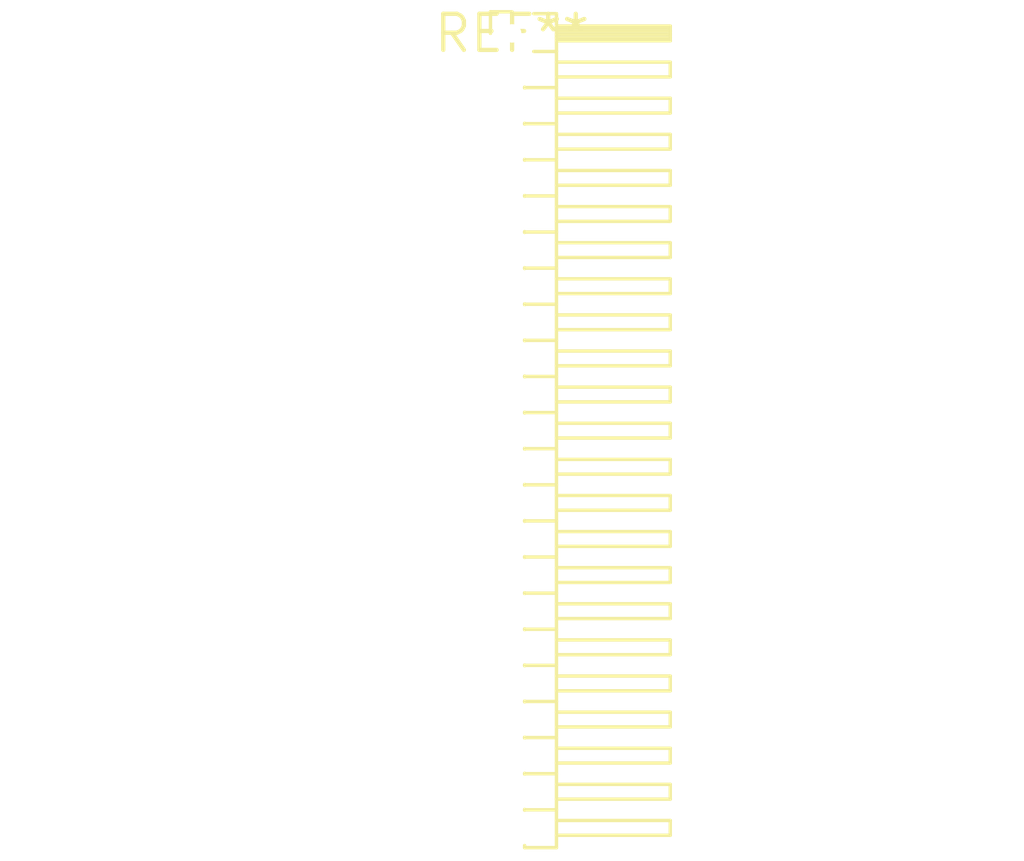
<source format=kicad_pcb>
(kicad_pcb (version 20240108) (generator pcbnew)
  (layers (0 "F.Cu" signal) (31 "B.Cu" signal) (34 "B.Paste" user) (35 "F.Paste" user) (36 "B.SilkS" user "B.Silkscreen") (37 "F.SilkS" user "F.Silkscreen") (38 "B.Mask" user) (39 "F.Mask" user) (44 "Edge.Cuts" user))
  (net 0 "")
  (footprint "PinHeader_1x23_P1.27mm_Horizontal" (layer "F.Cu") (at 0 0)
    (property "Reference" "REF**")
    (property "Value" "PinHeader_1x23_P1.27mm_Horizontal")
    (fp_line (start -0.76 -0.76) (end 0 -0.76) (layer "F.SilkS") (stroke (width 0.12)))
    (fp_line (start -0.76 0) (end -0.76 -0.76) (layer "F.SilkS") (stroke (width 0.12)))
    (fp_line (start 0.44 1.889677) (end 0.44 1.920323) (layer "F.SilkS") (stroke (width 0.12)))
    (fp_line (start 0.44 1.905) (end 1.56 1.905) (layer "F.SilkS") (stroke (width 0.12)))
    (fp_line (start 0.44 3.159677) (end 0.44 3.190323) (layer "F.SilkS") (stroke (width 0.12)))
    (fp_line (start 0.44 3.175) (end 1.56 3.175) (layer "F.SilkS") (stroke (width 0.12)))
    (fp_line (start 0.44 4.429677) (end 0.44 4.460323) (layer "F.SilkS") (stroke (width 0.12)))
    (fp_line (start 0.44 4.445) (end 1.56 4.445) (layer "F.SilkS") (stroke (width 0.12)))
    (fp_line (start 0.44 5.699677) (end 0.44 5.730323) (layer "F.SilkS") (stroke (width 0.12)))
    (fp_line (start 0.44 5.715) (end 1.56 5.715) (layer "F.SilkS") (stroke (width 0.12)))
    (fp_line (start 0.44 6.969677) (end 0.44 7.000323) (layer "F.SilkS") (stroke (width 0.12)))
    (fp_line (start 0.44 6.985) (end 1.56 6.985) (layer "F.SilkS") (stroke (width 0.12)))
    (fp_line (start 0.44 8.239677) (end 0.44 8.270323) (layer "F.SilkS") (stroke (width 0.12)))
    (fp_line (start 0.44 8.255) (end 1.56 8.255) (layer "F.SilkS") (stroke (width 0.12)))
    (fp_line (start 0.44 9.509677) (end 0.44 9.540323) (layer "F.SilkS") (stroke (width 0.12)))
    (fp_line (start 0.44 9.525) (end 1.56 9.525) (layer "F.SilkS") (stroke (width 0.12)))
    (fp_line (start 0.44 10.779677) (end 0.44 10.810323) (layer "F.SilkS") (stroke (width 0.12)))
    (fp_line (start 0.44 10.795) (end 1.56 10.795) (layer "F.SilkS") (stroke (width 0.12)))
    (fp_line (start 0.44 12.049677) (end 0.44 12.080323) (layer "F.SilkS") (stroke (width 0.12)))
    (fp_line (start 0.44 12.065) (end 1.56 12.065) (layer "F.SilkS") (stroke (width 0.12)))
    (fp_line (start 0.44 13.319677) (end 0.44 13.350323) (layer "F.SilkS") (stroke (width 0.12)))
    (fp_line (start 0.44 13.335) (end 1.56 13.335) (layer "F.SilkS") (stroke (width 0.12)))
    (fp_line (start 0.44 14.589677) (end 0.44 14.620323) (layer "F.SilkS") (stroke (width 0.12)))
    (fp_line (start 0.44 14.605) (end 1.56 14.605) (layer "F.SilkS") (stroke (width 0.12)))
    (fp_line (start 0.44 15.859677) (end 0.44 15.890323) (layer "F.SilkS") (stroke (width 0.12)))
    (fp_line (start 0.44 15.875) (end 1.56 15.875) (layer "F.SilkS") (stroke (width 0.12)))
    (fp_line (start 0.44 17.129677) (end 0.44 17.160323) (layer "F.SilkS") (stroke (width 0.12)))
    (fp_line (start 0.44 17.145) (end 1.56 17.145) (layer "F.SilkS") (stroke (width 0.12)))
    (fp_line (start 0.44 18.399677) (end 0.44 18.430323) (layer "F.SilkS") (stroke (width 0.12)))
    (fp_line (start 0.44 18.415) (end 1.56 18.415) (layer "F.SilkS") (stroke (width 0.12)))
    (fp_line (start 0.44 19.669677) (end 0.44 19.700323) (layer "F.SilkS") (stroke (width 0.12)))
    (fp_line (start 0.44 19.685) (end 1.56 19.685) (layer "F.SilkS") (stroke (width 0.12)))
    (fp_line (start 0.44 20.939677) (end 0.44 20.970323) (layer "F.SilkS") (stroke (width 0.12)))
    (fp_line (start 0.44 20.955) (end 1.56 20.955) (layer "F.SilkS") (stroke (width 0.12)))
    (fp_line (start 0.44 22.209677) (end 0.44 22.240323) (layer "F.SilkS") (stroke (width 0.12)))
    (fp_line (start 0.44 22.225) (end 1.56 22.225) (layer "F.SilkS") (stroke (width 0.12)))
    (fp_line (start 0.44 23.479677) (end 0.44 23.510323) (layer "F.SilkS") (stroke (width 0.12)))
    (fp_line (start 0.44 23.495) (end 1.56 23.495) (layer "F.SilkS") (stroke (width 0.12)))
    (fp_line (start 0.44 24.749677) (end 0.44 24.780323) (layer "F.SilkS") (stroke (width 0.12)))
    (fp_line (start 0.44 24.765) (end 1.56 24.765) (layer "F.SilkS") (stroke (width 0.12)))
    (fp_line (start 0.44 26.019677) (end 0.44 26.050323) (layer "F.SilkS") (stroke (width 0.12)))
    (fp_line (start 0.44 26.035) (end 1.56 26.035) (layer "F.SilkS") (stroke (width 0.12)))
    (fp_line (start 0.44 27.289677) (end 0.44 27.320323) (layer "F.SilkS") (stroke (width 0.12)))
    (fp_line (start 0.44 27.305) (end 1.56 27.305) (layer "F.SilkS") (stroke (width 0.12)))
    (fp_line (start 0.44 28.635) (end 0.44 28.559677) (layer "F.SilkS") (stroke (width 0.12)))
    (fp_line (start 0.76 -0.695) (end 1.56 -0.695) (layer "F.SilkS") (stroke (width 0.12)))
    (fp_line (start 0.76 0.635) (end 1.56 0.635) (layer "F.SilkS") (stroke (width 0.12)))
    (fp_line (start 1.56 -0.695) (end 1.56 28.635) (layer "F.SilkS") (stroke (width 0.12)))
    (fp_line (start 1.56 -0.26) (end 5.56 -0.26) (layer "F.SilkS") (stroke (width 0.12)))
    (fp_line (start 1.56 -0.2) (end 5.56 -0.2) (layer "F.SilkS") (stroke (width 0.12)))
    (fp_line (start 1.56 -0.08) (end 5.56 -0.08) (layer "F.SilkS") (stroke (width 0.12)))
    (fp_line (start 1.56 0.04) (end 5.56 0.04) (layer "F.SilkS") (stroke (width 0.12)))
    (fp_line (start 1.56 0.16) (end 5.56 0.16) (layer "F.SilkS") (stroke (width 0.12)))
    (fp_line (start 1.56 1.01) (end 5.56 1.01) (layer "F.SilkS") (stroke (width 0.12)))
    (fp_line (start 1.56 2.28) (end 5.56 2.28) (layer "F.SilkS") (stroke (width 0.12)))
    (fp_line (start 1.56 3.55) (end 5.56 3.55) (layer "F.SilkS") (stroke (width 0.12)))
    (fp_line (start 1.56 4.82) (end 5.56 4.82) (layer "F.SilkS") (stroke (width 0.12)))
    (fp_line (start 1.56 6.09) (end 5.56 6.09) (layer "F.SilkS") (stroke (width 0.12)))
    (fp_line (start 1.56 7.36) (end 5.56 7.36) (layer "F.SilkS") (stroke (width 0.12)))
    (fp_line (start 1.56 8.63) (end 5.56 8.63) (layer "F.SilkS") (stroke (width 0.12)))
    (fp_line (start 1.56 9.9) (end 5.56 9.9) (layer "F.SilkS") (stroke (width 0.12)))
    (fp_line (start 1.56 11.17) (end 5.56 11.17) (layer "F.SilkS") (stroke (width 0.12)))
    (fp_line (start 1.56 12.44) (end 5.56 12.44) (layer "F.SilkS") (stroke (width 0.12)))
    (fp_line (start 1.56 13.71) (end 5.56 13.71) (layer "F.SilkS") (stroke (width 0.12)))
    (fp_line (start 1.56 14.98) (end 5.56 14.98) (layer "F.SilkS") (stroke (width 0.12)))
    (fp_line (start 1.56 16.25) (end 5.56 16.25) (layer "F.SilkS") (stroke (width 0.12)))
    (fp_line (start 1.56 17.52) (end 5.56 17.52) (layer "F.SilkS") (stroke (width 0.12)))
    (fp_line (start 1.56 18.79) (end 5.56 18.79) (layer "F.SilkS") (stroke (width 0.12)))
    (fp_line (start 1.56 20.06) (end 5.56 20.06) (layer "F.SilkS") (stroke (width 0.12)))
    (fp_line (start 1.56 21.33) (end 5.56 21.33) (layer "F.SilkS") (stroke (width 0.12)))
    (fp_line (start 1.56 22.6) (end 5.56 22.6) (layer "F.SilkS") (stroke (width 0.12)))
    (fp_line (start 1.56 23.87) (end 5.56 23.87) (layer "F.SilkS") (stroke (width 0.12)))
    (fp_line (start 1.56 25.14) (end 5.56 25.14) (layer "F.SilkS") (stroke (width 0.12)))
    (fp_line (start 1.56 26.41) (end 5.56 26.41) (layer "F.SilkS") (stroke (width 0.12)))
    (fp_line (start 1.56 27.68) (end 5.56 27.68) (layer "F.SilkS") (stroke (width 0.12)))
    (fp_line (start 1.56 28.635) (end 0.44 28.635) (layer "F.SilkS") (stroke (width 0.12)))
    (fp_line (start 5.56 -0.26) (end 5.56 0.26) (layer "F.SilkS") (stroke (width 0.12)))
    (fp_line (start 5.56 0.26) (end 1.56 0.26) (layer "F.SilkS") (stroke (width 0.12)))
    (fp_line (start 5.56 1.01) (end 5.56 1.53) (layer "F.SilkS") (stroke (width 0.12)))
    (fp_line (start 5.56 1.53) (end 1.56 1.53) (layer "F.SilkS") (stroke (width 0.12)))
    (fp_line (start 5.56 2.28) (end 5.56 2.8) (layer "F.SilkS") (stroke (width 0.12)))
    (fp_line (start 5.56 2.8) (end 1.56 2.8) (layer "F.SilkS") (stroke (width 0.12)))
    (fp_line (start 5.56 3.55) (end 5.56 4.07) (layer "F.SilkS") (stroke (width 0.12)))
    (fp_line (start 5.56 4.07) (end 1.56 4.07) (layer "F.SilkS") (stroke (width 0.12)))
    (fp_line (start 5.56 4.82) (end 5.56 5.34) (layer "F.SilkS") (stroke (width 0.12)))
    (fp_line (start 5.56 5.34) (end 1.56 5.34) (layer "F.SilkS") (stroke (width 0.12)))
    (fp_line (start 5.56 6.09) (end 5.56 6.61) (layer "F.SilkS") (stroke (width 0.12)))
    (fp_line (start 5.56 6.61) (end 1.56 6.61) (layer "F.SilkS") (stroke (width 0.12)))
    (fp_line (start 5.56 7.36) (end 5.56 7.88) (layer "F.SilkS") (stroke (width 0.12)))
    (fp_line (start 5.56 7.88) (end 1.56 7.88) (layer "F.SilkS") (stroke (width 0.12)))
    (fp_line (start 5.56 8.63) (end 5.56 9.15) (layer "F.SilkS") (stroke (width 0.12)))
    (fp_line (start 5.56 9.15) (end 1.56 9.15) (layer "F.SilkS") (stroke (width 0.12)))
    (fp_line (start 5.56 9.9) (end 5.56 10.42) (layer "F.SilkS") (stroke (width 0.12)))
    (fp_line (start 5.56 10.42) (end 1.56 10.42) (layer "F.SilkS") (stroke (width 0.12)))
    (fp_line (start 5.56 11.17) (end 5.56 11.69) (layer "F.SilkS") (stroke (width 0.12)))
    (fp_line (start 5.56 11.69) (end 1.56 11.69) (layer "F.SilkS") (stroke (width 0.12)))
    (fp_line (start 5.56 12.44) (end 5.56 12.96) (layer "F.SilkS") (stroke (width 0.12)))
    (fp_line (start 5.56 12.96) (end 1.56 12.96) (layer "F.SilkS") (stroke (width 0.12)))
    (fp_line (start 5.56 13.71) (end 5.56 14.23) (layer "F.SilkS") (stroke (width 0.12)))
    (fp_line (start 5.56 14.23) (end 1.56 14.23) (layer "F.SilkS") (stroke (width 0.12)))
    (fp_line (start 5.56 14.98) (end 5.56 15.5) (layer "F.SilkS") (stroke (width 0.12)))
    (fp_line (start 5.56 15.5) (end 1.56 15.5) (layer "F.SilkS") (stroke (width 0.12)))
    (fp_line (start 5.56 16.25) (end 5.56 16.77) (layer "F.SilkS") (stroke (width 0.12)))
    (fp_line (start 5.56 16.77) (end 1.56 16.77) (layer "F.SilkS") (stroke (width 0.12)))
    (fp_line (start 5.56 17.52) (end 5.56 18.04) (layer "F.SilkS") (stroke (width 0.12)))
    (fp_line (start 5.56 18.04) (end 1.56 18.04) (layer "F.SilkS") (stroke (width 0.12)))
    (fp_line (start 5.56 18.79) (end 5.56 19.31) (layer "F.SilkS") (stroke (width 0.12)))
    (fp_line (start 5.56 19.31) (end 1.56 19.31) (layer "F.SilkS") (stroke (width 0.12)))
    (fp_line (start 5.56 20.06) (end 5.56 20.58) (layer "F.SilkS") (stroke (width 0.12)))
    (fp_line (start 5.56 20.58) (end 1.56 20.58) (layer "F.SilkS") (stroke (width 0.12)))
    (fp_line (start 5.56 21.33) (end 5.56 21.85) (layer "F.SilkS") (stroke (width 0.12)))
    (fp_line (start 5.56 21.85) (end 1.56 21.85) (layer "F.SilkS") (stroke (width 0.12)))
    (fp_line (start 5.56 22.6) (end 5.56 23.12) (layer "F.SilkS") (stroke (width 0.12)))
    (fp_line (start 5.56 23.12) (end 1.56 23.12) (layer "F.SilkS") (stroke (width 0.12)))
    (fp_line (start 5.56 23.87) (end 5.56 24.39) (layer "F.SilkS") (stroke (width 0.12)))
    (fp_line (start 5.56 24.39) (end 1.56 24.39) (layer "F.SilkS") (stroke (width 0.12)))
    (fp_line (start 5.56 25.14) (end 5.56 25.66) (layer "F.SilkS") (stroke (width 0.12)))
    (fp_line (start 5.56 25.66) (end 1.56 25.66) (layer "F.SilkS") (stroke (width 0.12)))
    (fp_line (start 5.56 26.41) (end 5.56 26.93) (layer "F.SilkS") (stroke (width 0.12)))
    (fp_line (start 5.56 26.93) (end 1.56 26.93) (layer "F.SilkS") (stroke (width 0.12)))
    (fp_line (start 5.56 27.68) (end 5.56 28.2) (layer "F.SilkS") (stroke (width 0.12)))
    (fp_line (start 5.56 28.2) (end 1.56 28.2) (layer "F.SilkS") (stroke (width 0.12)))
    (pad "1" thru_hole rect (at 0 0) (size 1 1) (drill 0.65) (layers *.Cu *.Mask) (remove_unused_layers))
    (pad "2" thru_hole oval (at 0 1.27) (size 1 1) (drill 0.65) (layers *.Cu *.Mask) (remove_unused_layers))
    (pad "3" thru_hole oval (at 0 2.54) (size 1 1) (drill 0.65) (layers *.Cu *.Mask) (remove_unused_layers))
    (pad "4" thru_hole oval (at 0 3.81) (size 1 1) (drill 0.65) (layers *.Cu *.Mask) (remove_unused_layers))
    (pad "5" thru_hole oval (at 0 5.08) (size 1 1) (drill 0.65) (layers *.Cu *.Mask) (remove_unused_layers))
    (pad "6" thru_hole oval (at 0 6.35) (size 1 1) (drill 0.65) (layers *.Cu *.Mask) (remove_unused_layers))
    (pad "7" thru_hole oval (at 0 7.62) (size 1 1) (drill 0.65) (layers *.Cu *.Mask) (remove_unused_layers))
    (pad "8" thru_hole oval (at 0 8.89) (size 1 1) (drill 0.65) (layers *.Cu *.Mask) (remove_unused_layers))
    (pad "9" thru_hole oval (at 0 10.16) (size 1 1) (drill 0.65) (layers *.Cu *.Mask) (remove_unused_layers))
    (pad "10" thru_hole oval (at 0 11.43) (size 1 1) (drill 0.65) (layers *.Cu *.Mask) (remove_unused_layers))
    (pad "11" thru_hole oval (at 0 12.7) (size 1 1) (drill 0.65) (layers *.Cu *.Mask) (remove_unused_layers))
    (pad "12" thru_hole oval (at 0 13.97) (size 1 1) (drill 0.65) (layers *.Cu *.Mask) (remove_unused_layers))
    (pad "13" thru_hole oval (at 0 15.24) (size 1 1) (drill 0.65) (layers *.Cu *.Mask) (remove_unused_layers))
    (pad "14" thru_hole oval (at 0 16.51) (size 1 1) (drill 0.65) (layers *.Cu *.Mask) (remove_unused_layers))
    (pad "15" thru_hole oval (at 0 17.78) (size 1 1) (drill 0.65) (layers *.Cu *.Mask) (remove_unused_layers))
    (pad "16" thru_hole oval (at 0 19.05) (size 1 1) (drill 0.65) (layers *.Cu *.Mask) (remove_unused_layers))
    (pad "17" thru_hole oval (at 0 20.32) (size 1 1) (drill 0.65) (layers *.Cu *.Mask) (remove_unused_layers))
    (pad "18" thru_hole oval (at 0 21.59) (size 1 1) (drill 0.65) (layers *.Cu *.Mask) (remove_unused_layers))
    (pad "19" thru_hole oval (at 0 22.86) (size 1 1) (drill 0.65) (layers *.Cu *.Mask) (remove_unused_layers))
    (pad "20" thru_hole oval (at 0 24.13) (size 1 1) (drill 0.65) (layers *.Cu *.Mask) (remove_unused_layers))
    (pad "21" thru_hole oval (at 0 25.4) (size 1 1) (drill 0.65) (layers *.Cu *.Mask) (remove_unused_layers))
    (pad "22" thru_hole oval (at 0 26.67) (size 1 1) (drill 0.65) (layers *.Cu *.Mask) (remove_unused_layers))
    (pad "23" thru_hole oval (at 0 27.94) (size 1 1) (drill 0.65) (layers *.Cu *.Mask) (remove_unused_layers))
  )
)
</source>
